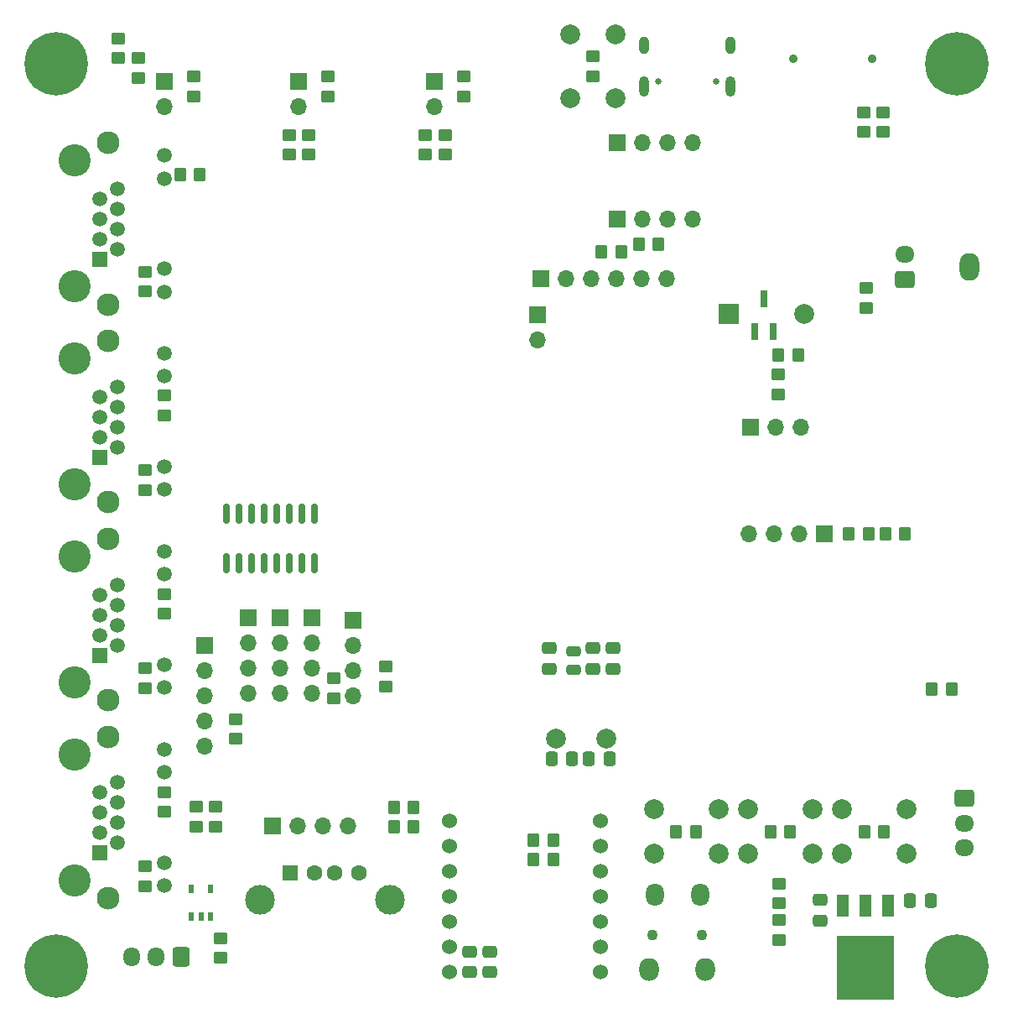
<source format=gbr>
%TF.GenerationSoftware,KiCad,Pcbnew,8.0.3*%
%TF.CreationDate,2024-12-04T19:25:53+09:00*%
%TF.ProjectId,nnct-main,6e6e6374-2d6d-4616-996e-2e6b69636164,rev?*%
%TF.SameCoordinates,Original*%
%TF.FileFunction,Soldermask,Bot*%
%TF.FilePolarity,Negative*%
%FSLAX46Y46*%
G04 Gerber Fmt 4.6, Leading zero omitted, Abs format (unit mm)*
G04 Created by KiCad (PCBNEW 8.0.3) date 2024-12-04 19:25:53*
%MOMM*%
%LPD*%
G01*
G04 APERTURE LIST*
G04 Aperture macros list*
%AMRoundRect*
0 Rectangle with rounded corners*
0 $1 Rounding radius*
0 $2 $3 $4 $5 $6 $7 $8 $9 X,Y pos of 4 corners*
0 Add a 4 corners polygon primitive as box body*
4,1,4,$2,$3,$4,$5,$6,$7,$8,$9,$2,$3,0*
0 Add four circle primitives for the rounded corners*
1,1,$1+$1,$2,$3*
1,1,$1+$1,$4,$5*
1,1,$1+$1,$6,$7*
1,1,$1+$1,$8,$9*
0 Add four rect primitives between the rounded corners*
20,1,$1+$1,$2,$3,$4,$5,0*
20,1,$1+$1,$4,$5,$6,$7,0*
20,1,$1+$1,$6,$7,$8,$9,0*
20,1,$1+$1,$8,$9,$2,$3,0*%
G04 Aperture macros list end*
%ADD10RoundRect,0.250000X-0.725000X0.600000X-0.725000X-0.600000X0.725000X-0.600000X0.725000X0.600000X0*%
%ADD11O,1.950000X1.700000*%
%ADD12C,0.900000*%
%ADD13C,0.800000*%
%ADD14C,6.400000*%
%ADD15R,1.700000X1.700000*%
%ADD16O,1.700000X1.700000*%
%ADD17C,2.000000*%
%ADD18C,1.998980*%
%ADD19O,2.000000X2.800000*%
%ADD20RoundRect,0.250000X0.725000X-0.600000X0.725000X0.600000X-0.725000X0.600000X-0.725000X-0.600000X0*%
%ADD21R,2.000000X2.000000*%
%ADD22C,3.250000*%
%ADD23R,1.500000X1.500000*%
%ADD24C,1.500000*%
%ADD25C,2.300000*%
%ADD26R,1.600000X1.500000*%
%ADD27C,1.600000*%
%ADD28C,3.000000*%
%ADD29C,1.100000*%
%ADD30O,1.800000X2.300000*%
%ADD31O,2.000000X2.300000*%
%ADD32C,0.650000*%
%ADD33O,1.000000X2.100000*%
%ADD34O,1.000000X1.800000*%
%ADD35RoundRect,0.250000X0.600000X0.725000X-0.600000X0.725000X-0.600000X-0.725000X0.600000X-0.725000X0*%
%ADD36O,1.700000X1.950000*%
%ADD37C,1.524000*%
%ADD38RoundRect,0.250000X-0.450000X0.350000X-0.450000X-0.350000X0.450000X-0.350000X0.450000X0.350000X0*%
%ADD39RoundRect,0.150000X0.150000X-0.825000X0.150000X0.825000X-0.150000X0.825000X-0.150000X-0.825000X0*%
%ADD40RoundRect,0.250000X0.450000X-0.350000X0.450000X0.350000X-0.450000X0.350000X-0.450000X-0.350000X0*%
%ADD41RoundRect,0.250000X-0.350000X-0.450000X0.350000X-0.450000X0.350000X0.450000X-0.350000X0.450000X0*%
%ADD42RoundRect,0.250000X-0.337500X-0.475000X0.337500X-0.475000X0.337500X0.475000X-0.337500X0.475000X0*%
%ADD43R,0.600000X0.900000*%
%ADD44R,0.800000X1.800000*%
%ADD45RoundRect,0.250000X0.350000X0.450000X-0.350000X0.450000X-0.350000X-0.450000X0.350000X-0.450000X0*%
%ADD46RoundRect,0.250000X0.475000X-0.337500X0.475000X0.337500X-0.475000X0.337500X-0.475000X-0.337500X0*%
%ADD47RoundRect,0.250000X-0.475000X0.337500X-0.475000X-0.337500X0.475000X-0.337500X0.475000X0.337500X0*%
%ADD48R,1.200000X2.200000*%
%ADD49R,5.800000X6.400000*%
%ADD50RoundRect,0.250000X-0.475000X0.250000X-0.475000X-0.250000X0.475000X-0.250000X0.475000X0.250000X0*%
%ADD51RoundRect,0.250000X0.337500X0.475000X-0.337500X0.475000X-0.337500X-0.475000X0.337500X-0.475000X0*%
G04 APERTURE END LIST*
D10*
%TO.C,J18*%
X127800000Y-108170000D03*
D11*
X127800000Y-110670000D03*
X127800000Y-113170000D03*
%TD*%
D12*
%TO.C,J1*%
X118550000Y-33600000D03*
X110550000Y-33600000D03*
%TD*%
D13*
%TO.C,H1*%
X124700000Y-125050000D03*
X125402944Y-123352944D03*
X125402944Y-126747056D03*
X127100000Y-122650000D03*
D14*
X127100000Y-125050000D03*
D13*
X127100000Y-127450000D03*
X128797056Y-123352944D03*
X128797056Y-126747056D03*
X129500000Y-125050000D03*
%TD*%
D15*
%TO.C,J45*%
X55542500Y-89930000D03*
D16*
X55542500Y-92470000D03*
X55542500Y-95010000D03*
X55542500Y-97550000D03*
%TD*%
D15*
%TO.C,J20*%
X113722500Y-81470000D03*
D16*
X111182500Y-81470000D03*
X108642500Y-81470000D03*
X106102500Y-81470000D03*
%TD*%
D13*
%TO.C,H3*%
X33700000Y-34050000D03*
X34402944Y-32352944D03*
X34402944Y-35747056D03*
X36100000Y-31650000D03*
D14*
X36100000Y-34050000D03*
D13*
X36100000Y-36450000D03*
X37797056Y-32352944D03*
X37797056Y-35747056D03*
X38500000Y-34050000D03*
%TD*%
D17*
%TO.C,SW1*%
X102992500Y-113770000D03*
X96492500Y-113770000D03*
X102992500Y-109270000D03*
X96492500Y-109270000D03*
%TD*%
D18*
%TO.C,Y1*%
X91682500Y-102120000D03*
X86602500Y-102120000D03*
%TD*%
D19*
%TO.C,J17*%
X128300000Y-54550000D03*
D20*
X121800000Y-55800000D03*
D11*
X121800000Y-53300000D03*
%TD*%
D17*
%TO.C,RESET1*%
X88075000Y-37575000D03*
X88075000Y-31075000D03*
X92575000Y-37575000D03*
X92575000Y-31075000D03*
%TD*%
D15*
%TO.C,J25*%
X58022500Y-110970000D03*
D16*
X60562500Y-110970000D03*
X63102500Y-110970000D03*
X65642500Y-110970000D03*
%TD*%
D21*
%TO.C,BZ1*%
X104042500Y-59320000D03*
D17*
X111642500Y-59320000D03*
%TD*%
D22*
%TO.C,J10*%
X37960000Y-96510000D03*
X37960000Y-83810000D03*
D23*
X40500000Y-93720000D03*
D24*
X42280000Y-92704000D03*
X40500000Y-91688000D03*
X42280000Y-90672000D03*
X40500000Y-89656000D03*
X42280000Y-88640000D03*
X40500000Y-87624000D03*
X42280000Y-86608000D03*
X47100000Y-97020000D03*
X47100000Y-94730000D03*
X47100000Y-85590000D03*
X47100000Y-83300000D03*
D25*
X41390000Y-98290000D03*
X41390000Y-82030000D03*
%TD*%
D22*
%TO.C,J16*%
X37960000Y-116490000D03*
X37960000Y-103790000D03*
D23*
X40500000Y-113700000D03*
D24*
X42280000Y-112684000D03*
X40500000Y-111668000D03*
X42280000Y-110652000D03*
X40500000Y-109636000D03*
X42280000Y-108620000D03*
X40500000Y-107604000D03*
X42280000Y-106588000D03*
X47100000Y-117000000D03*
X47100000Y-114710000D03*
X47100000Y-105570000D03*
X47100000Y-103280000D03*
D25*
X41390000Y-118270000D03*
X41390000Y-102010000D03*
%TD*%
D15*
%TO.C,J24*%
X66142500Y-90230000D03*
D16*
X66142500Y-92770000D03*
X66142500Y-95310000D03*
X66142500Y-97850000D03*
%TD*%
D15*
%TO.C,J26*%
X51142500Y-92770000D03*
D16*
X51142500Y-95310000D03*
X51142500Y-97850000D03*
X51142500Y-100390000D03*
X51142500Y-102930000D03*
%TD*%
D26*
%TO.C,J40*%
X59742500Y-115670000D03*
D27*
X62242500Y-115670000D03*
X64242500Y-115670000D03*
X66742500Y-115670000D03*
D28*
X56672500Y-118380000D03*
X69812500Y-118380000D03*
%TD*%
D29*
%TO.C,J48*%
X101350000Y-121925000D03*
X96350000Y-121925000D03*
D30*
X96550000Y-117925000D03*
X101150000Y-117925000D03*
D31*
X101700000Y-125425000D03*
X96000000Y-125425000D03*
%TD*%
D15*
%TO.C,J31*%
X85092500Y-55770000D03*
D16*
X87632500Y-55770000D03*
X90172500Y-55770000D03*
X92712500Y-55770000D03*
X95252500Y-55770000D03*
X97792500Y-55770000D03*
%TD*%
D13*
%TO.C,H2*%
X124700000Y-34050000D03*
X125402944Y-32352944D03*
X125402944Y-35747056D03*
X127100000Y-31650000D03*
D14*
X127100000Y-34050000D03*
D13*
X127100000Y-36450000D03*
X128797056Y-32352944D03*
X128797056Y-35747056D03*
X129500000Y-34050000D03*
%TD*%
D22*
%TO.C,J15*%
X37960000Y-76530000D03*
X37960000Y-63830000D03*
D23*
X40500000Y-73740000D03*
D24*
X42280000Y-72724000D03*
X40500000Y-71708000D03*
X42280000Y-70692000D03*
X40500000Y-69676000D03*
X42280000Y-68660000D03*
X40500000Y-67644000D03*
X42280000Y-66628000D03*
X47100000Y-77040000D03*
X47100000Y-74750000D03*
X47100000Y-65610000D03*
X47100000Y-63320000D03*
D25*
X41390000Y-78310000D03*
X41390000Y-62050000D03*
%TD*%
D15*
%TO.C,U2*%
X92760000Y-49750000D03*
D16*
X95300000Y-49750000D03*
X97840000Y-49750000D03*
X100380000Y-49750000D03*
D15*
X92780000Y-42000000D03*
D16*
X95320000Y-42000000D03*
X97860000Y-42000000D03*
X100400000Y-42000000D03*
%TD*%
D32*
%TO.C,J2*%
X102740000Y-35855000D03*
X96960000Y-35855000D03*
D33*
X104170000Y-36355000D03*
D34*
X104170000Y-32175000D03*
D33*
X95530000Y-36355000D03*
D34*
X95530000Y-32175000D03*
%TD*%
D17*
%TO.C,SW2*%
X112492500Y-113770000D03*
X105992500Y-113770000D03*
X112492500Y-109270000D03*
X105992500Y-109270000D03*
%TD*%
D15*
%TO.C,J4*%
X60600000Y-35875000D03*
D16*
X60600000Y-38415000D03*
%TD*%
D22*
%TO.C,J9*%
X37960000Y-56550000D03*
X37960000Y-43850000D03*
D23*
X40500000Y-53760000D03*
D24*
X42280000Y-52744000D03*
X40500000Y-51728000D03*
X42280000Y-50712000D03*
X40500000Y-49696000D03*
X42280000Y-48680000D03*
X40500000Y-47664000D03*
X42280000Y-46648000D03*
X47100000Y-57060000D03*
X47100000Y-54770000D03*
X47100000Y-45630000D03*
X47100000Y-43340000D03*
D25*
X41390000Y-58330000D03*
X41390000Y-42070000D03*
%TD*%
D15*
%TO.C,J3*%
X47100000Y-35875000D03*
D16*
X47100000Y-38415000D03*
%TD*%
D13*
%TO.C,H4*%
X33700000Y-125050000D03*
X34402944Y-123352944D03*
X34402944Y-126747056D03*
X36100000Y-122650000D03*
D14*
X36100000Y-125050000D03*
D13*
X36100000Y-127450000D03*
X37797056Y-123352944D03*
X37797056Y-126747056D03*
X38500000Y-125050000D03*
%TD*%
D35*
%TO.C,J19*%
X48742500Y-124170000D03*
D36*
X46242500Y-124170000D03*
X43742500Y-124170000D03*
%TD*%
D15*
%TO.C,J44*%
X106217500Y-70770000D03*
D16*
X108757500Y-70770000D03*
X111297500Y-70770000D03*
%TD*%
D15*
%TO.C,J43*%
X84742500Y-59370000D03*
D16*
X84742500Y-61910000D03*
%TD*%
D15*
%TO.C,J5*%
X74350000Y-35875000D03*
D16*
X74350000Y-38415000D03*
%TD*%
D15*
%TO.C,J46*%
X58742500Y-89930000D03*
D16*
X58742500Y-92470000D03*
X58742500Y-95010000D03*
X58742500Y-97550000D03*
%TD*%
D15*
%TO.C,J47*%
X61942500Y-89930000D03*
D16*
X61942500Y-92470000D03*
X61942500Y-95010000D03*
X61942500Y-97550000D03*
%TD*%
D37*
%TO.C,U8*%
X91107500Y-125690000D03*
X91107500Y-123150000D03*
X91107500Y-120610000D03*
X91107500Y-118070000D03*
X91107500Y-115530000D03*
X91107500Y-112990000D03*
X91107500Y-110450000D03*
X75867500Y-110450000D03*
X75867500Y-112990000D03*
X75867500Y-115530000D03*
X75867500Y-118070000D03*
X75867500Y-120610000D03*
X75867500Y-123150000D03*
X75867500Y-125690000D03*
%TD*%
D17*
%TO.C,SW3*%
X121992500Y-113770000D03*
X115492500Y-113770000D03*
X121992500Y-109270000D03*
X115492500Y-109270000D03*
%TD*%
D38*
%TO.C,R64*%
X119642500Y-38970000D03*
X119642500Y-40970000D03*
%TD*%
D39*
%TO.C,U3*%
X62212500Y-84420000D03*
X60942500Y-84420000D03*
X59672500Y-84420000D03*
X58402500Y-84420000D03*
X57132500Y-84420000D03*
X55862500Y-84420000D03*
X54592500Y-84420000D03*
X53322500Y-84420000D03*
X53322500Y-79470000D03*
X54592500Y-79470000D03*
X55862500Y-79470000D03*
X57132500Y-79470000D03*
X58402500Y-79470000D03*
X59672500Y-79470000D03*
X60942500Y-79470000D03*
X62212500Y-79470000D03*
%TD*%
D40*
%TO.C,R41*%
X47100000Y-89550000D03*
X47100000Y-87550000D03*
%TD*%
D38*
%TO.C,R44*%
X117942500Y-56670000D03*
X117942500Y-58670000D03*
%TD*%
D40*
%TO.C,R10*%
X69442500Y-96870000D03*
X69442500Y-94870000D03*
%TD*%
D41*
%TO.C,R59*%
X119842500Y-81470000D03*
X121842500Y-81470000D03*
%TD*%
D42*
%TO.C,C5*%
X86167500Y-104170000D03*
X88242500Y-104170000D03*
%TD*%
D43*
%TO.C,111111111111111111111111111111111111111111111*%
X51692500Y-120070000D03*
X50742500Y-120070000D03*
X49792500Y-120070000D03*
X49792500Y-117270000D03*
X51692500Y-117270000D03*
%TD*%
D38*
%TO.C,R13*%
X61650000Y-41250000D03*
X61650000Y-43250000D03*
%TD*%
D44*
%TO.C,Q1*%
X108542500Y-61070000D03*
X106642500Y-61070000D03*
X107592500Y-57770000D03*
%TD*%
D40*
%TO.C,R37*%
X50000000Y-37350000D03*
X50000000Y-35350000D03*
%TD*%
D38*
%TO.C,R27*%
X109142500Y-120470000D03*
X109142500Y-122470000D03*
%TD*%
D42*
%TO.C,C28*%
X124430000Y-118470000D03*
X122355000Y-118470000D03*
%TD*%
D40*
%TO.C,R26*%
X109142500Y-118770000D03*
X109142500Y-116770000D03*
%TD*%
D38*
%TO.C,C21*%
X90325000Y-33325000D03*
X90325000Y-35325000D03*
%TD*%
D45*
%TO.C,R50*%
X126542500Y-97170000D03*
X124542500Y-97170000D03*
%TD*%
D46*
%TO.C,C13*%
X92342500Y-95107500D03*
X92342500Y-93032500D03*
%TD*%
D40*
%TO.C,R18*%
X109042500Y-67420000D03*
X109042500Y-65420000D03*
%TD*%
D38*
%TO.C,R51*%
X50292500Y-109020000D03*
X50292500Y-111020000D03*
%TD*%
D45*
%TO.C,R40*%
X50642500Y-45220000D03*
X48642500Y-45220000D03*
%TD*%
D41*
%TO.C,R56*%
X70242500Y-109110000D03*
X72242500Y-109110000D03*
%TD*%
D47*
%TO.C,C29*%
X77892500Y-123632500D03*
X77892500Y-125690000D03*
%TD*%
D38*
%TO.C,R15*%
X75400000Y-41250000D03*
X75400000Y-43250000D03*
%TD*%
D45*
%TO.C,R17*%
X111042500Y-63420000D03*
X109042500Y-63420000D03*
%TD*%
D40*
%TO.C,R38*%
X63600000Y-37350000D03*
X63600000Y-35350000D03*
%TD*%
D38*
%TO.C,R63*%
X64142500Y-96070000D03*
X64142500Y-98070000D03*
%TD*%
D46*
%TO.C,C27*%
X113300000Y-120507500D03*
X113300000Y-118432500D03*
%TD*%
D48*
%TO.C,U7*%
X115582500Y-118970000D03*
X117862500Y-118970000D03*
D49*
X117862500Y-125270000D03*
D48*
X120142500Y-118970000D03*
%TD*%
D38*
%TO.C,R12*%
X42400000Y-31500000D03*
X42400000Y-33500000D03*
%TD*%
D46*
%TO.C,C14*%
X85892500Y-95107500D03*
X85892500Y-93032500D03*
%TD*%
D41*
%TO.C,R29*%
X108242500Y-111520000D03*
X110242500Y-111520000D03*
%TD*%
D40*
%TO.C,R45*%
X47100000Y-69550000D03*
X47100000Y-67550000D03*
%TD*%
D50*
%TO.C,FB1*%
X88342500Y-93320000D03*
X88342500Y-95220000D03*
%TD*%
D38*
%TO.C,R47*%
X45100000Y-75050000D03*
X45100000Y-77050000D03*
%TD*%
%TO.C,R42*%
X45100000Y-55050000D03*
X45100000Y-57050000D03*
%TD*%
%TO.C,R65*%
X117642500Y-38970000D03*
X117642500Y-40970000D03*
%TD*%
%TO.C,R14*%
X59650000Y-41250000D03*
X59650000Y-43250000D03*
%TD*%
%TO.C,R62*%
X54242500Y-100170000D03*
X54242500Y-102170000D03*
%TD*%
%TO.C,R49*%
X52192500Y-109020000D03*
X52192500Y-111020000D03*
%TD*%
%TO.C,R16*%
X73400000Y-41250000D03*
X73400000Y-43250000D03*
%TD*%
%TO.C,R11*%
X44400000Y-33500000D03*
X44400000Y-35500000D03*
%TD*%
D41*
%TO.C,R53*%
X94942500Y-52270000D03*
X96942500Y-52270000D03*
%TD*%
D38*
%TO.C,R43*%
X45100000Y-95050000D03*
X45100000Y-97050000D03*
%TD*%
D41*
%TO.C,R58*%
X116142500Y-81470000D03*
X118142500Y-81470000D03*
%TD*%
D40*
%TO.C,R46*%
X47100000Y-109550000D03*
X47100000Y-107550000D03*
%TD*%
D38*
%TO.C,R48*%
X45100000Y-115050000D03*
X45100000Y-117050000D03*
%TD*%
D51*
%TO.C,C6*%
X92017500Y-104170000D03*
X89942500Y-104170000D03*
%TD*%
D41*
%TO.C,R30*%
X117742500Y-111520000D03*
X119742500Y-111520000D03*
%TD*%
%TO.C,R28*%
X98742500Y-111520000D03*
X100742500Y-111520000D03*
%TD*%
D40*
%TO.C,R39*%
X77300000Y-37350000D03*
X77300000Y-35350000D03*
%TD*%
D41*
%TO.C,R52*%
X91172500Y-53070000D03*
X93172500Y-53070000D03*
%TD*%
D47*
%TO.C,C30*%
X79892500Y-123632500D03*
X79892500Y-125690000D03*
%TD*%
D40*
%TO.C,R55*%
X52742500Y-124270000D03*
X52742500Y-122270000D03*
%TD*%
D47*
%TO.C,C20*%
X90342500Y-93032500D03*
X90342500Y-95107500D03*
%TD*%
D45*
%TO.C,R61*%
X86342500Y-112370000D03*
X84342500Y-112370000D03*
%TD*%
%TO.C,R60*%
X86342500Y-114320000D03*
X84342500Y-114320000D03*
%TD*%
D41*
%TO.C,R57*%
X70242500Y-111070000D03*
X72242500Y-111070000D03*
%TD*%
M02*

</source>
